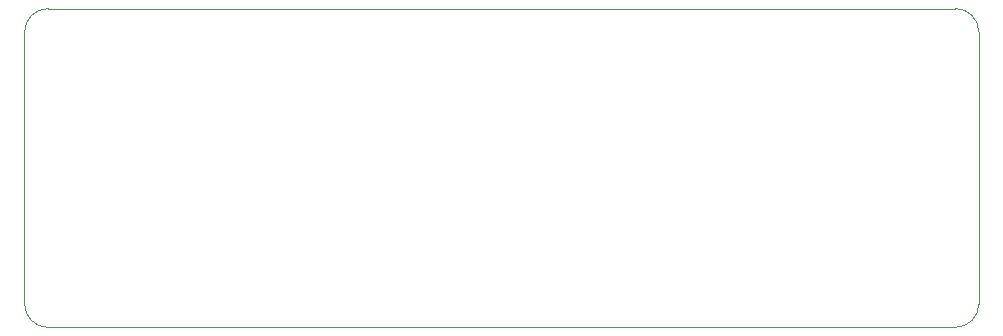
<source format=gm1>
G04 #@! TF.GenerationSoftware,KiCad,Pcbnew,7.0.1*
G04 #@! TF.CreationDate,2023-08-26T14:23:56-05:00*
G04 #@! TF.ProjectId,Shift In Breakout Board V2,53686966-7420-4496-9e20-427265616b6f,rev?*
G04 #@! TF.SameCoordinates,Original*
G04 #@! TF.FileFunction,Profile,NP*
%FSLAX46Y46*%
G04 Gerber Fmt 4.6, Leading zero omitted, Abs format (unit mm)*
G04 Created by KiCad (PCBNEW 7.0.1) date 2023-08-26 14:23:56*
%MOMM*%
%LPD*%
G01*
G04 APERTURE LIST*
G04 #@! TA.AperFunction,Profile*
%ADD10C,0.100000*%
G04 #@! TD*
G04 APERTURE END LIST*
D10*
X188500000Y-80310051D02*
X111689949Y-80310051D01*
X188500000Y-107310100D02*
G75*
G03*
X190500000Y-105310051I0J2000000D01*
G01*
X109689950Y-105310051D02*
G75*
G03*
X111689949Y-107310050I1999950J-49D01*
G01*
X111689949Y-107310050D02*
X188500000Y-107310051D01*
X190499949Y-82310051D02*
G75*
G03*
X188500000Y-80310051I-1999949J51D01*
G01*
X111689949Y-80310049D02*
G75*
G03*
X109689949Y-82310051I-49J-1999951D01*
G01*
X109689949Y-82310051D02*
X109689949Y-105310051D01*
X190500000Y-105310051D02*
X190500000Y-82310051D01*
M02*

</source>
